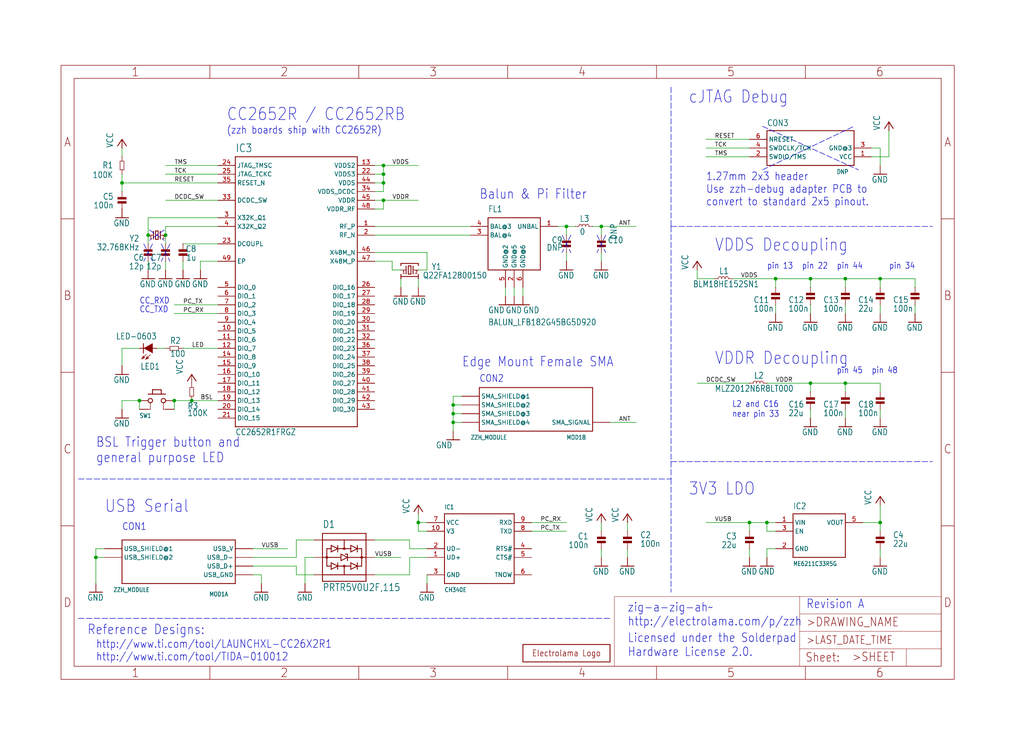
<source format=kicad_sch>
(kicad_sch (version 20211123) (generator eeschema)
  (paper "User" 298.45 217.881)
  (lib_symbols
    (symbol "eagleSchem-eagle-import:32.768KHZ_Q13FC1350000400"
      (property "Reference" "Y" (at -2.54 5.08 0))
      (property "Value" "32.768KHZ_Q13FC1350000400" (at -2.54 2.54 0))
      (symbol "32.768KHZ_Q13FC1350000400_1_0"
        (text "1" (at -2.159 -1.143 0) (effects (font (size 0.8636 0.734)) (justify left bottom)))
        (text "2" (at 1.524 -1.143 0) (effects (font (size 0.8636 0.734)) (justify left bottom)))
        (pin passive line (at -2.54 0 0) (length 0) (name "1") (number "1"))
        (pin passive line (at 2.54 0 180) (length 0) (name "2") (number "2"))
      )
    )
    (symbol "eagleSchem-eagle-import:48.000MHZ_CX2016DB48000C0FPLC1"
      (property "Reference" "Y" (at -2.54 5.08 0))
      (property "Value" "48.000MHZ_CX2016DB48000C0FPLC1" (at -2.54 2.54 0))
      (symbol "48.000MHZ_CX2016DB48000C0FPLC1_1_0"
        (text "1" (at -2.159 -1.143 0) (effects (font (size 0.8636 0.734)) (justify left bottom)))
        (text "2" (at 1.524 -1.143 0) (effects (font (size 0.8636 0.734)) (justify left bottom)))
        (pin passive line (at -2.54 0 0) (length 0) (name "1") (number "1"))
        (pin bidirectional line (at -2.54 -2.54 90) (length 0) (name "2") (number "2"))
        (pin passive line (at 2.54 0 180) (length 0) (name "3") (number "3"))
        (pin bidirectional line (at 2.54 -2.54 90) (length 0) (name "4") (number "4"))
      )
    )
    (symbol "eagleSchem-eagle-import:A4L-LOC"
      (symbol "A4L-LOC_0_0"
        (text "1" (at 21.6958 1.905 0) (effects (font (size 2.54 2.286))))
        (text "1" (at 21.6958 177.165 0) (effects (font (size 2.54 2.286))))
        (text "2" (at 65.0875 1.905 0) (effects (font (size 2.54 2.286))))
        (text "2" (at 65.0875 177.165 0) (effects (font (size 2.54 2.286))))
        (text "3" (at 108.4792 1.905 0) (effects (font (size 2.54 2.286))))
        (text "3" (at 108.4792 177.165 0) (effects (font (size 2.54 2.286))))
        (text "4" (at 151.8708 1.905 0) (effects (font (size 2.54 2.286))))
        (text "4" (at 151.8708 177.165 0) (effects (font (size 2.54 2.286))))
        (text "5" (at 195.2625 1.905 0) (effects (font (size 2.54 2.286))))
        (text "5" (at 195.2625 177.165 0) (effects (font (size 2.54 2.286))))
        (text "6" (at 238.6542 1.905 0) (effects (font (size 2.54 2.286))))
        (text "6" (at 238.6542 177.165 0) (effects (font (size 2.54 2.286))))
        (text "A" (at 1.905 156.6863 0) (effects (font (size 2.54 2.286))))
        (text "A" (at 258.445 156.6863 0) (effects (font (size 2.54 2.286))))
        (text "B" (at 1.905 111.9188 0) (effects (font (size 2.54 2.286))))
        (text "B" (at 258.445 111.9188 0) (effects (font (size 2.54 2.286))))
        (text "C" (at 1.905 67.1513 0) (effects (font (size 2.54 2.286))))
        (text "C" (at 258.445 67.1513 0) (effects (font (size 2.54 2.286))))
        (text "D" (at 1.905 22.3838 0) (effects (font (size 2.54 2.286))))
        (text "D" (at 258.445 22.3838 0) (effects (font (size 2.54 2.286))))
      )
      (symbol "A4L-LOC_1_0"
        (text ">DRAWING_NAME" (at 217.17 15.24 0) (effects (font (size 2.54 2.159)) (justify left bottom)))
        (text ">LAST_DATE_TIME" (at 217.17 10.16 0) (effects (font (size 2.286 1.9431)) (justify left bottom)))
        (text ">SHEET" (at 230.505 5.08 0) (effects (font (size 2.54 2.159)) (justify left bottom)))
        (text "Sheet:" (at 216.916 4.953 0) (effects (font (size 2.54 2.159)) (justify left bottom)))
      )
    )
    (symbol "eagleSchem-eagle-import:BALUN_LFB182G45BG5D920"
      (property "Reference" "FL" (at -7.62 7.62 0))
      (property "Value" "BALUN_LFB182G45BG5D920" (at 5.08 -12.7 0))
      (symbol "BALUN_LFB182G45BG5D920_1_0"
        (pin bidirectional line (at 12.7 2.54 180) (length 5.08) (name "UNBAL") (number "1"))
        (pin bidirectional line (at 0 -15.24 90) (length 5.08) (name "GND@5") (number "2"))
        (pin bidirectional line (at -12.7 0 0) (length 5.08) (name "BAL@4") (number "3"))
        (pin bidirectional line (at -12.7 2.54 0) (length 5.08) (name "BAL@3") (number "4"))
        (pin bidirectional line (at -2.54 -15.24 90) (length 5.08) (name "GND@2") (number "5"))
        (pin bidirectional line (at 2.54 -15.24 90) (length 5.08) (name "GND@6") (number "6"))
      )
    )
    (symbol "eagleSchem-eagle-import:CAP-0402"
      (property "Reference" "C" (at -2.54 2.54 0))
      (property "Value" "CAP-0402" (at -2.54 -3.81 0))
      (symbol "CAP-0402_1_0"
        (pin passive line (at -2.54 0 0) (length 0) (name "1") (number "1"))
        (pin passive line (at 2.54 0 180) (length 0) (name "2") (number "2"))
      )
    )
    (symbol "eagleSchem-eagle-import:CAP-0805"
      (property "Reference" "C" (at -2.54 2.54 0))
      (property "Value" "CAP-0805" (at -2.54 -3.81 0))
      (symbol "CAP-0805_1_0"
        (pin passive line (at -2.54 0 0) (length 0) (name "1") (number "1"))
        (pin passive line (at 2.54 0 180) (length 0) (name "2") (number "2"))
      )
    )
    (symbol "eagleSchem-eagle-import:DEBUG_CORTEX-SWD{slash}CJTAG-5PIN-CUT5"
      (property "Reference" "CON" (at -12.7 6.35 0))
      (property "Value" "DEBUG_CORTEX-SWD{slash}CJTAG-5PIN-CUT5" (at -12.7 -7.62 0))
      (symbol "DEBUG_CORTEX-SWD{slash}CJTAG-5PIN-CUT5_1_0"
        (pin bidirectional line (at 17.78 -2.54 180) (length 5.08) (name "VCC") (number "1"))
        (pin bidirectional line (at -17.78 -2.54 0) (length 5.08) (name "SWDIO/TMS") (number "2"))
        (pin bidirectional line (at 17.78 0 180) (length 5.08) (name "GND@3") (number "3"))
        (pin bidirectional line (at -17.78 0 0) (length 5.08) (name "SWDCLK/TCK") (number "4"))
        (pin bidirectional line (at -17.78 2.54 0) (length 5.08) (name "NRESET") (number "6"))
      )
    )
    (symbol "eagleSchem-eagle-import:DIODE-TVS-PRTR5V0U2F{dblquote}"
      (property "Reference" "D" (at -5.08 8.255 0))
      (property "Value" "DIODE-TVS-PRTR5V0U2F{dblquote}" (at -5.08 -10.16 0))
      (symbol "DIODE-TVS-PRTR5V0U2F{dblquote}_1_0"
        (pin passive line (at -7.62 5.08 0) (length 2.54) (name "1") (number "1"))
        (pin passive line (at -7.62 0 0) (length 2.54) (name "2") (number "2"))
        (pin passive line (at -7.62 -5.08 0) (length 2.54) (name "3") (number "3"))
        (pin passive line (at 10.16 -5.08 180) (length 2.54) (name "4") (number "4"))
        (pin passive line (at 10.16 0 180) (length 2.54) (name "5") (number "5"))
        (pin passive line (at 10.16 5.08 180) (length 2.54) (name "6") (number "6"))
      )
    )
    (symbol "eagleSchem-eagle-import:GND" (power)
      (property "Value" "GND" (at -2.54 -2.54 0))
      (symbol "GND_1_0"
        (pin power_in line (at 0 2.54 270) (length 2.54) (name "GND") (number "1"))
      )
    )
    (symbol "eagleSchem-eagle-import:INDUCTOR-0402"
      (property "Reference" "L" (at -2.54 1.27 0))
      (property "Value" "INDUCTOR-0402" (at -2.54 -2.54 0))
      (symbol "INDUCTOR-0402_1_0"
        (pin passive line (at -2.54 0 0) (length 0) (name "1") (number "1"))
        (pin passive line (at 2.54 0 180) (length 0) (name "2") (number "2"))
      )
    )
    (symbol "eagleSchem-eagle-import:INDUCTOR-0603"
      (property "Reference" "L" (at -2.54 1.27 0))
      (property "Value" "INDUCTOR-0603" (at -2.54 -2.54 0))
      (symbol "INDUCTOR-0603_1_0"
        (pin passive line (at -2.54 0 0) (length 0) (name "1") (number "1"))
        (pin passive line (at 2.54 0 180) (length 0) (name "2") (number "2"))
      )
    )
    (symbol "eagleSchem-eagle-import:INDUCTOR-0805"
      (property "Reference" "L" (at -2.54 1.27 0))
      (property "Value" "INDUCTOR-0805" (at -2.54 -2.54 0))
      (symbol "INDUCTOR-0805_1_0"
        (pin passive line (at -2.54 0 0) (length 0) (name "1") (number "1"))
        (pin passive line (at 2.54 0 180) (length 0) (name "2") (number "2"))
      )
    )
    (symbol "eagleSchem-eagle-import:INTERFACE-CH340E"
      (property "Reference" "U" (at -10.16 11.43 0))
      (property "Value" "INTERFACE-CH340E" (at -10.16 -12.7 0))
      (symbol "INTERFACE-CH340E_1_0"
        (pin bidirectional line (at -15.24 -2.54 0) (length 5.08) (name "UD+") (number "1"))
        (pin bidirectional line (at -15.24 5.08 0) (length 5.08) (name "V3") (number "10"))
        (pin bidirectional line (at -15.24 0 0) (length 5.08) (name "UD-") (number "2"))
        (pin bidirectional line (at -15.24 -7.62 0) (length 5.08) (name "GND") (number "3"))
        (pin bidirectional line (at 15.24 0 180) (length 5.08) (name "RTS#") (number "4"))
        (pin bidirectional line (at 15.24 -2.54 180) (length 5.08) (name "CTS#") (number "5"))
        (pin bidirectional line (at 15.24 -7.62 180) (length 5.08) (name "TNOW") (number "6"))
        (pin bidirectional line (at -15.24 7.62 0) (length 5.08) (name "VCC") (number "7"))
        (pin bidirectional line (at 15.24 5.08 180) (length 5.08) (name "TXD") (number "8"))
        (pin bidirectional line (at 15.24 7.62 180) (length 5.08) (name "RXD") (number "9"))
      )
    )
    (symbol "eagleSchem-eagle-import:LED-0603"
      (property "Reference" "LED" (at -2.3114 3.9116 0))
      (property "Value" "LED-0603" (at -2.5654 -4.4958 0))
      (symbol "LED-0603_1_0"
        (pin passive line (at -2.54 0 0) (length 2.54) (name "A") (number "A"))
        (pin passive line (at 2.54 0 180) (length 2.54) (name "C") (number "C"))
      )
    )
    (symbol "eagleSchem-eagle-import:LOGO-ELECTROLAMA"
      (symbol "LOGO-ELECTROLAMA_1_0"
        (text "Electrolama Logo" (at 0 0 0) (effects (font (size 1.778 1.5113))))
      )
    )
    (symbol "eagleSchem-eagle-import:POWER-LDO-ME6211C33R5G"
      (property "Reference" "IC" (at -7.62 6.35 0))
      (property "Value" "POWER-LDO-ME6211C33R5G" (at -7.62 -10.16 0))
      (symbol "POWER-LDO-ME6211C33R5G_1_0"
        (pin bidirectional line (at -12.7 2.54 0) (length 5.08) (name "VIN") (number "1"))
        (pin bidirectional line (at -12.7 -5.08 0) (length 5.08) (name "GND") (number "2"))
        (pin bidirectional line (at -12.7 0 0) (length 5.08) (name "EN") (number "3"))
        (pin bidirectional line (at 12.7 2.54 180) (length 5.08) (name "VOUT") (number "5"))
      )
    )
    (symbol "eagleSchem-eagle-import:PUSHBUTTON-K2-1177SW-D4DW-06"
      (property "Reference" "SW" (at 3.175 3.175 0))
      (property "Value" "PUSHBUTTON-K2-1177SW-D4DW-06" (at 3.175 1.905 0))
      (symbol "PUSHBUTTON-K2-1177SW-D4DW-06_1_0"
        (pin bidirectional line (at -5.08 0 0) (length 2.54) (name "1_1") (number "1"))
        (pin bidirectional line (at -5.08 -2.54 0) (length 2.54) (name "1_2") (number "2"))
        (pin bidirectional line (at 5.08 0 180) (length 2.54) (name "2_1") (number "3"))
        (pin bidirectional line (at 5.08 -2.54 180) (length 2.54) (name "2_2") (number "4"))
      )
    )
    (symbol "eagleSchem-eagle-import:RES-0402"
      (property "Reference" "R" (at -2.54 1.27 0))
      (property "Value" "RES-0402" (at -2.54 -2.54 0))
      (symbol "RES-0402_1_0"
        (pin passive line (at -2.54 0 0) (length 0) (name "1") (number "1"))
        (pin passive line (at 2.54 0 180) (length 0) (name "2") (number "2"))
      )
    )
    (symbol "eagleSchem-eagle-import:VCC" (power)
      (property "Value" "VCC" (at -2.54 -2.54 90))
      (symbol "VCC_1_0"
        (pin power_in line (at 0 -2.54 90) (length 2.54) (name "VCC") (number "1"))
      )
    )
    (symbol "eagleSchem-eagle-import:WMCU-CC2652R1FRGZ"
      (property "Reference" "IC" (at -17.78 39.37 0))
      (property "Value" "WMCU-CC2652R1FRGZ" (at -17.78 -43.18 0))
      (symbol "WMCU-CC2652R1FRGZ_1_0"
        (pin bidirectional line (at 22.86 17.78 180) (length 5.08) (name "RF_P") (number "1"))
        (pin bidirectional line (at -22.86 -12.7 0) (length 5.08) (name "DIO_5") (number "10"))
        (pin bidirectional line (at -22.86 -15.24 0) (length 5.08) (name "DIO_6") (number "11"))
        (pin bidirectional line (at -22.86 -17.78 0) (length 5.08) (name "DIO_7") (number "12"))
        (pin bidirectional line (at 22.86 35.56 180) (length 5.08) (name "VDDS2") (number "13"))
        (pin bidirectional line (at -22.86 -20.32 0) (length 5.08) (name "DIO_8") (number "14"))
        (pin bidirectional line (at -22.86 -22.86 0) (length 5.08) (name "DIO_9") (number "15"))
        (pin bidirectional line (at -22.86 -25.4 0) (length 5.08) (name "DIO_10") (number "16"))
        (pin bidirectional line (at -22.86 -27.94 0) (length 5.08) (name "DIO_11") (number "17"))
        (pin bidirectional line (at -22.86 -30.48 0) (length 5.08) (name "DIO_12") (number "18"))
        (pin bidirectional line (at -22.86 -33.02 0) (length 5.08) (name "DIO_13") (number "19"))
        (pin bidirectional line (at 22.86 15.24 180) (length 5.08) (name "RF_N") (number "2"))
        (pin bidirectional line (at -22.86 -35.56 0) (length 5.08) (name "DIO_14") (number "20"))
        (pin bidirectional line (at -22.86 -38.1 0) (length 5.08) (name "DIO_15") (number "21"))
        (pin bidirectional line (at 22.86 33.02 180) (length 5.08) (name "VDDS3") (number "22"))
        (pin bidirectional line (at -22.86 12.7 0) (length 5.08) (name "DCOUPL") (number "23"))
        (pin bidirectional line (at -22.86 35.56 0) (length 5.08) (name "JTAG_TMSC") (number "24"))
        (pin bidirectional line (at -22.86 33.02 0) (length 5.08) (name "JTAG_TCKC") (number "25"))
        (pin bidirectional line (at 22.86 0 180) (length 5.08) (name "DIO_16") (number "26"))
        (pin bidirectional line (at 22.86 -2.54 180) (length 5.08) (name "DIO_17") (number "27"))
        (pin bidirectional line (at 22.86 -5.08 180) (length 5.08) (name "DIO_18") (number "28"))
        (pin bidirectional line (at 22.86 -7.62 180) (length 5.08) (name "DIO_19") (number "29"))
        (pin bidirectional line (at -22.86 20.32 0) (length 5.08) (name "X32K_Q1") (number "3"))
        (pin bidirectional line (at 22.86 -10.16 180) (length 5.08) (name "DIO_20") (number "30"))
        (pin bidirectional line (at 22.86 -12.7 180) (length 5.08) (name "DIO_21") (number "31"))
        (pin bidirectional line (at 22.86 -15.24 180) (length 5.08) (name "DIO_22") (number "32"))
        (pin bidirectional line (at -22.86 25.4 0) (length 5.08) (name "DCDC_SW") (number "33"))
        (pin bidirectional line (at 22.86 27.94 180) (length 5.08) (name "VDDS_DCDC") (number "34"))
        (pin bidirectional line (at -22.86 30.48 0) (length 5.08) (name "RESET_N") (number "35"))
        (pin bidirectional line (at 22.86 -17.78 180) (length 5.08) (name "DIO_23") (number "36"))
        (pin bidirectional line (at 22.86 -20.32 180) (length 5.08) (name "DIO_24") (number "37"))
        (pin bidirectional line (at 22.86 -22.86 180) (length 5.08) (name "DIO_25") (number "38"))
        (pin bidirectional line (at 22.86 -25.4 180) (length 5.08) (name "DIO_26") (number "39"))
        (pin bidirectional line (at -22.86 17.78 0) (length 5.08) (name "X32K_Q2") (number "4"))
        (pin bidirectional line (at 22.86 -27.94 180) (length 5.08) (name "DIO_27") (number "40"))
        (pin bidirectional line (at 22.86 -30.48 180) (length 5.08) (name "DIO_28") (number "41"))
        (pin bidirectional line (at 22.86 -33.02 180) (length 5.08) (name "DIO_29") (number "42"))
        (pin bidirectional line (at 22.86 -35.56 180) (length 5.08) (name "DIO_30") (number "43"))
        (pin bidirectional line (at 22.86 30.48 180) (length 5.08) (name "VDDS") (number "44"))
        (pin bidirectional line (at 22.86 25.4 180) (length 5.08) (name "VDDR") (number "45"))
        (pin bidirectional line (at 22.86 10.16 180) (length 5.08) (name "X48M_N") (number "46"))
        (pin bidirectional line (at 22.86 7.62 180) (length 5.08) (name "X48M_P") (number "47"))
        (pin bidirectional line (at 22.86 22.86 180) (length 5.08) (name "VDDR_RF") (number "48"))
        (pin bidirectional line (at -22.86 7.62 0) (length 5.08) (name "EP") (number "49"))
        (pin bidirectional line (at -22.86 0 0) (length 5.08) (name "DIO_0") (number "5"))
        (pin bidirectional line (at -22.86 -2.54 0) (length 5.08) (name "DIO_1") (number "6"))
        (pin bidirectional line (at -22.86 -5.08 0) (length 5.08) (name "DIO_2") (number "7"))
        (pin bidirectional line (at -22.86 -7.62 0) (length 5.08) (name "DIO_3") (number "8"))
        (pin bidirectional line (at -22.86 -10.16 0) (length 5.08) (name "DIO_4") (number "9"))
      )
    )
    (symbol "eagleSchem-eagle-import:ZZH_MODULE"
      (property "Reference" "MOD" (at -17.78 6.35 0))
      (property "Value" "ZZH_MODULE" (at -17.78 -10.16 0))
      (symbol "ZZH_MODULE_1_0"
        (pin bidirectional line (at 20.32 -2.54 180) (length 5.08) (name "USB_D+") (number "USB_D+"))
        (pin bidirectional line (at 20.32 0 180) (length 5.08) (name "USB_D-") (number "USB_D-"))
        (pin bidirectional line (at 20.32 -5.08 180) (length 5.08) (name "USB_GND") (number "USB_GND"))
        (pin bidirectional line (at -22.86 2.54 0) (length 5.08) (name "USB_SHIELD@1") (number "USB_SHIELD_1"))
        (pin bidirectional line (at -22.86 0 0) (length 5.08) (name "USB_SHIELD@2") (number "USB_SHIELD_2"))
        (pin bidirectional line (at 20.32 2.54 180) (length 5.08) (name "USB_V") (number "USB_V"))
      )
      (symbol "ZZH_MODULE_2_0"
        (pin bidirectional line (at -22.86 2.54 0) (length 5.08) (name "SMA_SHIELD@1") (number "SMA_SHIELD_1"))
        (pin bidirectional line (at -22.86 0 0) (length 5.08) (name "SMA_SHIELD@2") (number "SMA_SHIELD_2"))
        (pin bidirectional line (at -22.86 -2.54 0) (length 5.08) (name "SMA_SHIELD@3") (number "SMA_SHIELD_3"))
        (pin bidirectional line (at -22.86 -5.08 0) (length 5.08) (name "SMA_SHIELD@4") (number "SMA_SHIELD_4"))
        (pin bidirectional line (at 20.32 -5.08 180) (length 5.08) (name "SMA_SIGNAL") (number "SMA_SIGNAL"))
      )
    )
  )
  (junction (at 35.56 53.34))
  (junction (at 27.94 162.56))
  (junction (at 111.76 53.34))
  (junction (at 223.52 152.4))
  (junction (at 132.08 123.19))
  (junction (at 40.64 116.84))
  (junction (at 218.44 152.4))
  (junction (at 175.26 66.04))
  (junction (at 246.38 81.28))
  (junction (at 132.08 118.11))
  (junction (at 111.76 58.42))
  (junction (at 43.18 68.58))
  (junction (at 236.22 81.28))
  (junction (at 55.88 116.84))
  (junction (at 165.1 66.04))
  (junction (at 256.54 81.28))
  (junction (at 111.76 50.8))
  (junction (at 111.76 48.26))
  (junction (at 50.8 116.84))
  (junction (at 236.22 111.76))
  (junction (at 132.08 120.65))
  (junction (at 48.26 68.58))
  (junction (at 246.38 111.76))
  (junction (at 121.92 152.4))
  (junction (at 256.54 152.4))
  (junction (at 226.06 81.28))
  (wire (pts (xy 165.1 76.2) (xy 165.1 73.66)))
  (wire (pts (xy 165.1 68.58) (xy 165.1 66.04)))
  (wire (pts (xy 256.54 91.44) (xy 256.54 88.9)))
  (wire (pts (xy 63.5 63.5) (xy 43.18 63.5)))
  (wire (pts (xy 114.3 76.2) (xy 109.22 76.2)))
  (wire (pts (xy 182.88 162.56) (xy 182.88 160.02)))
  (polyline (pts (xy 195.58 66.04) (xy 271.78 66.04)))
  (wire (pts (xy 40.64 119.38) (xy 40.64 116.84)))
  (wire (pts (xy 48.26 66.04) (xy 48.26 68.58)))
  (wire (pts (xy 63.5 58.42) (xy 48.26 58.42)))
  (wire (pts (xy 53.34 76.2) (xy 53.34 78.74)))
  (wire (pts (xy 172.72 66.04) (xy 175.26 66.04)))
  (wire (pts (xy 256.54 111.76) (xy 256.54 114.3)))
  (wire (pts (xy 114.3 78.74) (xy 114.3 76.2)))
  (wire (pts (xy 226.06 81.28) (xy 236.22 81.28)))
  (wire (pts (xy 63.5 66.04) (xy 48.26 66.04)))
  (wire (pts (xy 35.56 43.18) (xy 35.56 45.72)))
  (wire (pts (xy 256.54 121.92) (xy 256.54 119.38)))
  (wire (pts (xy 119.38 157.48) (xy 119.38 160.02)))
  (wire (pts (xy 256.54 43.18) (xy 254 43.18)))
  (wire (pts (xy 27.94 162.56) (xy 27.94 170.18)))
  (wire (pts (xy 218.44 40.64) (xy 205.74 40.64)))
  (wire (pts (xy 109.22 50.8) (xy 111.76 50.8)))
  (wire (pts (xy 73.66 165.1) (xy 86.36 165.1)))
  (wire (pts (xy 43.18 71.12) (xy 43.18 68.58)))
  (wire (pts (xy 121.92 152.4) (xy 121.92 149.86)))
  (wire (pts (xy 45.72 101.6) (xy 48.26 101.6)))
  (wire (pts (xy 86.36 167.64) (xy 91.44 167.64)))
  (wire (pts (xy 116.84 83.82) (xy 116.84 81.28)))
  (polyline (pts (xy 222.25 36.83) (xy 250.19 49.53)))
  (wire (pts (xy 50.8 119.38) (xy 50.8 116.84)))
  (wire (pts (xy 134.62 115.57) (xy 132.08 115.57)))
  (wire (pts (xy 73.66 162.56) (xy 86.36 162.56)))
  (polyline (pts (xy 22.86 139.7) (xy 195.58 139.7)))
  (wire (pts (xy 132.08 123.19) (xy 132.08 125.73)))
  (wire (pts (xy 30.48 160.02) (xy 27.94 160.02)))
  (wire (pts (xy 35.56 101.6) (xy 35.56 106.68)))
  (wire (pts (xy 175.26 152.4) (xy 175.26 154.94)))
  (wire (pts (xy 226.06 154.94) (xy 223.52 154.94)))
  (wire (pts (xy 48.26 76.2) (xy 48.26 78.74)))
  (wire (pts (xy 111.76 58.42) (xy 121.92 58.42)))
  (wire (pts (xy 124.46 162.56) (xy 119.38 162.56)))
  (wire (pts (xy 236.22 83.82) (xy 236.22 81.28)))
  (wire (pts (xy 109.22 162.56) (xy 116.84 162.56)))
  (wire (pts (xy 218.44 160.02) (xy 218.44 162.56)))
  (wire (pts (xy 109.22 167.64) (xy 119.38 167.64)))
  (wire (pts (xy 109.22 60.96) (xy 111.76 60.96)))
  (wire (pts (xy 223.52 111.76) (xy 236.22 111.76)))
  (wire (pts (xy 35.56 50.8) (xy 35.56 53.34)))
  (wire (pts (xy 246.38 114.3) (xy 246.38 111.76)))
  (wire (pts (xy 152.4 86.36) (xy 152.4 83.82)))
  (wire (pts (xy 223.52 152.4) (xy 226.06 152.4)))
  (wire (pts (xy 121.92 154.94) (xy 121.92 152.4)))
  (polyline (pts (xy 195.58 139.7) (xy 195.58 172.72)))
  (wire (pts (xy 226.06 160.02) (xy 223.52 160.02)))
  (wire (pts (xy 111.76 50.8) (xy 111.76 48.26)))
  (wire (pts (xy 132.08 120.65) (xy 132.08 123.19)))
  (wire (pts (xy 175.26 76.2) (xy 175.26 73.66)))
  (wire (pts (xy 88.9 162.56) (xy 88.9 170.18)))
  (wire (pts (xy 218.44 152.4) (xy 205.74 152.4)))
  (wire (pts (xy 218.44 152.4) (xy 223.52 152.4)))
  (wire (pts (xy 91.44 162.56) (xy 88.9 162.56)))
  (wire (pts (xy 63.5 50.8) (xy 48.26 50.8)))
  (wire (pts (xy 266.7 91.44) (xy 266.7 88.9)))
  (wire (pts (xy 76.2 167.64) (xy 76.2 170.18)))
  (wire (pts (xy 185.42 66.04) (xy 175.26 66.04)))
  (wire (pts (xy 154.94 152.4) (xy 165.1 152.4)))
  (wire (pts (xy 63.5 48.26) (xy 48.26 48.26)))
  (wire (pts (xy 213.36 81.28) (xy 226.06 81.28)))
  (wire (pts (xy 236.22 121.92) (xy 236.22 119.38)))
  (polyline (pts (xy 166.37 68.58) (xy 163.83 73.66)))
  (wire (pts (xy 116.84 78.74) (xy 114.3 78.74)))
  (wire (pts (xy 48.26 71.12) (xy 48.26 68.58)))
  (wire (pts (xy 27.94 160.02) (xy 27.94 162.56)))
  (wire (pts (xy 246.38 81.28) (xy 256.54 81.28)))
  (wire (pts (xy 256.54 83.82) (xy 256.54 81.28)))
  (wire (pts (xy 236.22 81.28) (xy 246.38 81.28)))
  (polyline (pts (xy 44.45 71.12) (xy 41.91 76.2)))
  (wire (pts (xy 109.22 73.66) (xy 124.46 73.66)))
  (wire (pts (xy 58.42 78.74) (xy 58.42 76.2)))
  (wire (pts (xy 124.46 78.74) (xy 121.92 78.74)))
  (wire (pts (xy 226.06 91.44) (xy 226.06 88.9)))
  (wire (pts (xy 149.86 86.36) (xy 149.86 83.82)))
  (wire (pts (xy 73.66 160.02) (xy 83.82 160.02)))
  (wire (pts (xy 154.94 154.94) (xy 165.1 154.94)))
  (wire (pts (xy 218.44 43.18) (xy 205.74 43.18)))
  (wire (pts (xy 43.18 76.2) (xy 43.18 78.74)))
  (wire (pts (xy 256.54 43.18) (xy 256.54 48.26)))
  (wire (pts (xy 43.18 63.5) (xy 43.18 68.58)))
  (wire (pts (xy 86.36 165.1) (xy 86.36 167.64)))
  (wire (pts (xy 134.62 123.19) (xy 132.08 123.19)))
  (wire (pts (xy 53.34 101.6) (xy 63.5 101.6)))
  (wire (pts (xy 63.5 71.12) (xy 53.34 71.12)))
  (polyline (pts (xy 43.561 67.056) (xy 47.879 70.104)))
  (wire (pts (xy 226.06 83.82) (xy 226.06 81.28)))
  (wire (pts (xy 218.44 111.76) (xy 203.2 111.76)))
  (wire (pts (xy 121.92 83.82) (xy 121.92 81.28)))
  (wire (pts (xy 50.8 116.84) (xy 55.88 116.84)))
  (wire (pts (xy 177.8 123.19) (xy 185.42 123.19)))
  (wire (pts (xy 137.16 66.04) (xy 109.22 66.04)))
  (wire (pts (xy 86.36 162.56) (xy 86.36 157.48)))
  (wire (pts (xy 40.64 116.84) (xy 35.56 116.84)))
  (polyline (pts (xy 163.83 68.58) (xy 166.37 73.66)))
  (polyline (pts (xy 176.53 68.58) (xy 173.99 73.66)))
  (wire (pts (xy 223.52 154.94) (xy 223.52 152.4)))
  (wire (pts (xy 259.08 45.72) (xy 259.08 38.1)))
  (wire (pts (xy 124.46 152.4) (xy 121.92 152.4)))
  (wire (pts (xy 246.38 83.82) (xy 246.38 81.28)))
  (polyline (pts (xy 195.58 25.4) (xy 195.58 66.04)))
  (wire (pts (xy 134.62 120.65) (xy 132.08 120.65)))
  (wire (pts (xy 111.76 60.96) (xy 111.76 58.42)))
  (wire (pts (xy 124.46 73.66) (xy 124.46 78.74)))
  (polyline (pts (xy 46.99 71.12) (xy 49.53 76.2)))
  (wire (pts (xy 246.38 121.92) (xy 246.38 119.38)))
  (wire (pts (xy 111.76 48.26) (xy 121.92 48.26)))
  (wire (pts (xy 73.66 167.64) (xy 76.2 167.64)))
  (wire (pts (xy 246.38 91.44) (xy 246.38 88.9)))
  (wire (pts (xy 58.42 76.2) (xy 63.5 76.2)))
  (wire (pts (xy 63.5 53.34) (xy 35.56 53.34)))
  (wire (pts (xy 137.16 68.58) (xy 109.22 68.58)))
  (wire (pts (xy 111.76 53.34) (xy 111.76 50.8)))
  (wire (pts (xy 109.22 58.42) (xy 111.76 58.42)))
  (wire (pts (xy 147.32 86.36) (xy 147.32 83.82)))
  (polyline (pts (xy 195.58 66.04) (xy 195.58 134.62)))
  (polyline (pts (xy 22.86 180.34) (xy 177.8 180.34)))
  (wire (pts (xy 254 45.72) (xy 259.08 45.72)))
  (wire (pts (xy 256.54 152.4) (xy 256.54 154.94)))
  (wire (pts (xy 109.22 55.88) (xy 111.76 55.88)))
  (wire (pts (xy 251.46 152.4) (xy 256.54 152.4)))
  (wire (pts (xy 111.76 55.88) (xy 111.76 53.34)))
  (wire (pts (xy 218.44 154.94) (xy 218.44 152.4)))
  (wire (pts (xy 132.08 115.57) (xy 132.08 118.11)))
  (wire (pts (xy 63.5 88.9) (xy 50.8 88.9)))
  (wire (pts (xy 35.56 116.84) (xy 35.56 119.38)))
  (wire (pts (xy 256.54 160.02) (xy 256.54 162.56)))
  (wire (pts (xy 109.22 157.48) (xy 119.38 157.48)))
  (wire (pts (xy 30.48 162.56) (xy 27.94 162.56)))
  (wire (pts (xy 132.08 118.11) (xy 132.08 120.65)))
  (wire (pts (xy 236.22 114.3) (xy 236.22 111.76)))
  (wire (pts (xy 124.46 167.64) (xy 124.46 170.18)))
  (wire (pts (xy 175.26 162.56) (xy 175.26 160.02)))
  (polyline (pts (xy 173.99 68.58) (xy 176.53 73.66)))
  (polyline (pts (xy 222.25 49.53) (xy 248.92 36.83)))
  (wire (pts (xy 109.22 53.34) (xy 111.76 53.34)))
  (wire (pts (xy 119.38 162.56) (xy 119.38 167.64)))
  (wire (pts (xy 236.22 111.76) (xy 246.38 111.76)))
  (wire (pts (xy 208.28 81.28) (xy 203.2 81.28)))
  (wire (pts (xy 246.38 111.76) (xy 256.54 111.76)))
  (polyline (pts (xy 47.879 67.056) (xy 43.561 70.104)))
  (wire (pts (xy 203.2 81.28) (xy 203.2 78.74)))
  (wire (pts (xy 236.22 91.44) (xy 236.22 88.9)))
  (wire (pts (xy 223.52 160.02) (xy 223.52 162.56)))
  (wire (pts (xy 124.46 154.94) (xy 121.92 154.94)))
  (wire (pts (xy 266.7 81.28) (xy 266.7 83.82)))
  (wire (pts (xy 165.1 66.04) (xy 162.56 66.04)))
  (polyline (pts (xy 41.91 71.12) (xy 44.45 76.2)))
  (polyline (pts (xy 49.53 71.12) (xy 46.99 76.2)))
  (wire (pts (xy 109.22 48.26) (xy 111.76 48.26)))
  (wire (pts (xy 134.62 118.11) (xy 132.08 118.11)))
  (wire (pts (xy 175.26 68.58) (xy 175.26 66.04)))
  (polyline (pts (xy 195.58 134.62) (xy 195.58 139.7)))
  (wire (pts (xy 86.36 157.48) (xy 91.44 157.48)))
  (wire (pts (xy 119.38 160.02) (xy 124.46 160.02)))
  (polyline (pts (xy 195.58 134.62) (xy 271.78 134.62)))
  (wire (pts (xy 218.44 45.72) (xy 205.74 45.72)))
  (wire (pts (xy 167.64 66.04) (xy 165.1 66.04)))
  (wire (pts (xy 256.54 81.28) (xy 266.7 81.28)))
  (wire (pts (xy 55.88 116.84) (xy 63.5 116.84)))
  (wire (pts (xy 63.5 91.44) (xy 50.8 91.44)))
  (wire (pts (xy 35.56 53.34) (xy 35.56 55.88)))
  (wire (pts (xy 182.88 152.4) (xy 182.88 154.94)))
  (wire (pts (xy 256.54 147.32) (xy 256.54 152.4)))
  (wire (pts (xy 40.64 101.6) (xy 35.56 101.6)))
  (text "pin 13" (at 223.52 78.74 180) (effects (font (size 1.778 1.5113)) (justify left bottom)))
  (text "Revision A" (at 234.95 177.8 180) (effects (font (size 2.54 2.159)) (justify left bottom)))
  (text "Balun & Pi Filter" (at 139.7 58.42 180) (effects (font (size 2.794 2.3749)) (justify left bottom)))
  (text "http://www.ti.com/tool/LAUNCHXL-CC26X2R1\nhttp://www.ti.com/tool/TIDA-010012" (at 27.94 193.04 0) (effects (font (size 2.286 1.9431)) (justify left bottom)))
  (text "BSL Trigger button and\ngeneral purpose LED" (at 27.94 135.255 180) (effects (font (size 2.794 2.3749)) (justify left bottom)))
  (text "pin 22" (at 233.68 78.74 180) (effects (font (size 1.778 1.5113)) (justify left bottom)))
  (text "cJTAG Debug" (at 200.66 30.48 180) (effects (font (size 3.556 3.0226)) (justify left bottom)))
  (text "CON2" (at 139.7 111.76 180) (effects (font (size 2.032 1.7272)) (justify left bottom)))
  (text "3V3 LDO" (at 200.66 144.78 180) (effects (font (size 3.556 3.0226)) (justify left bottom)))
  (text "VDDR Decoupling" (at 208.28 106.68 180) (effects (font (size 3.556 3.0226)) (justify left bottom)))
  (text "Licensed under the Solderpad\nHardware License 2.0." (at 182.88 191.77 0) (effects (font (size 2.54 2.159)) (justify left bottom)))
  (text "CC_RXD" (at 40.64 88.9 180) (effects (font (size 1.778 1.5113)) (justify left bottom)))
  (text "pin 48" (at 254 109.22 180) (effects (font (size 1.778 1.5113)) (justify left bottom)))
  (text "CC_TXD" (at 40.64 91.44 180) (effects (font (size 1.778 1.5113)) (justify left bottom)))
  (text "CON1" (at 35.56 154.94 180) (effects (font (size 2.032 1.7272)) (justify left bottom)))
  (text "zig-a-zig-ah~\nhttp://electrolama.com/p/zzh" (at 182.88 182.88 180) (effects (font (size 2.54 2.159)) (justify left bottom)))
  (text "pin 45" (at 243.84 109.22 180) (effects (font (size 1.778 1.5113)) (justify left bottom)))
  (text "pin 34" (at 259.08 78.74 180) (effects (font (size 1.778 1.5113)) (justify left bottom)))
  (text "1.27mm 2x3 header\nUse zzh-debug adapter PCB to\nconvert to standard 2x5 pinout." (at 205.74 60.325 0) (effects (font (size 2.286 1.9431)) (justify left bottom)))
  (text "(zzh boards ship with CC2652R)" (at 66.04 39.37 180) (effects (font (size 2.1336 1.8135)) (justify left bottom)))
  (text "Edge Mount Female SMA" (at 134.62 107.315 180) (effects (font (size 2.794 2.3749)) (justify left bottom)))
  (text "Reference Designs:" (at 25.4 185.42 180) (effects (font (size 2.794 2.3749)) (justify left bottom)))
  (text "USB Serial" (at 30.48 149.86 180) (effects (font (size 3.556 3.0226)) (justify left bottom)))
  (text "L2 and C16\nnear pin 33" (at 213.36 121.92 180) (effects (font (size 1.778 1.5113)) (justify left bottom)))
  (text "pin 44" (at 243.84 78.74 180) (effects (font (size 1.778 1.5113)) (justify left bottom)))
  (text "CC2652R / CC2652RB" (at 66.04 35.56 180) (effects (font (size 3.556 3.0226)) (justify left bottom)))
  (text "VDDS Decoupling" (at 208.28 73.66 180) (effects (font (size 3.556 3.0226)) (justify left bottom)))
  (label "VUSB" (at 109.22 162.56 0) (effects (font (size 1.2446 1.2446))))
  (label "ANT" (at 180.34 123.19 0) (effects (font (size 1.2446 1.2446))))
  (label "PC_TX" (at 53.34 88.9 0) (effects (font (size 1.2446 1.2446))))
  (label "TCK" (at 50.8 50.8 0) (effects (font (size 1.2446 1.2446))))
  (label "VDDR" (at 226.06 111.76 0) (effects (font (size 1.2446 1.2446))))
  (label "TCK" (at 208.28 43.18 0) (effects (font (size 1.2446 1.2446))))
  (label "DCDC_SW" (at 205.74 111.76 0) (effects (font (size 1.2446 1.2446))))
  (label "PC_RX" (at 157.48 152.4 0) (effects (font (size 1.2446 1.2446))))
  (label "TMS" (at 50.8 48.26 0) (effects (font (size 1.2446 1.2446))))
  (label "RESET" (at 208.28 40.64 0) (effects (font (size 1.2446 1.2446))))
  (label "TMS" (at 208.28 45.72 0) (effects (font (size 1.2446 1.2446))))
  (label "PC_TX" (at 157.48 154.94 0) (effects (font (size 1.2446 1.2446))))
  (label "VUSB" (at 76.2 160.02 0) (effects (font (size 1.2446 1.2446))))
  (label "VDDS" (at 215.9 81.28 0) (effects (font (size 1.2446 1.2446))))
  (label "VDDS" (at 114.3 48.26 0) (effects (font (size 1.2446 1.2446))))
  (label "DCDC_SW" (at 50.8 58.42 0) (effects (font (size 1.2446 1.2446))))
  (label "VUSB" (at 208.28 152.4 0) (effects (font (size 1.2446 1.2446))))
  (label "RESET" (at 50.8 53.34 0) (effects (font (size 1.2446 1.2446))))
  (label "BSL" (at 58.42 116.84 0) (effects (font (size 1.2446 1.2446))))
  (label "PC_RX" (at 53.34 91.44 0) (effects (font (size 1.2446 1.2446))))
  (label "LED" (at 55.88 101.6 0) (effects (font (size 1.2446 1.2446))))
  (label "ANT" (at 180.34 66.04 0) (effects (font (size 1.2446 1.2446))))
  (label "VDDR" (at 114.3 58.42 0) (effects (font (size 1.2446 1.2446))))
  (symbol (lib_id "eagleSchem-eagle-import:GND") (at 147.32 88.9 0) (unit 1)
    (property "Reference" "#GND3" (effects hide))
    (property "Value" "GND" (at 142.24 91.44 0) (effects (font (size 1.778 1.5113)) (justify left bottom)))
    (property "Footprint" "eagleSchem:" (effects hide))
  )
  (symbol (lib_id "eagleSchem-eagle-import:GND") (at 27.94 172.72 0) (unit 1)
    (property "Reference" "#GND21" (effects hide))
    (property "Value" "GND" (at 25.4 175.26 0) (effects (font (size 1.778 1.5113)) (justify left bottom)))
    (property "Footprint" "eagleSchem:" (effects hide))
  )
  (symbol (lib_id "eagleSchem-eagle-import:GND") (at 256.54 50.8 0) (unit 1)
    (property "Reference" "#GND27" (effects hide))
    (property "Value" "GND" (at 254 53.34 0) (effects (font (size 1.778 1.5113)) (justify left bottom)))
    (property "Footprint" "eagleSchem:" (effects hide))
  )
  (symbol (lib_id "eagleSchem-eagle-import:DIODE-TVS-PRTR5V0U2F{dblquote}") (at 99.06 162.56 0) (mirror x) (unit 1)
    (property "Reference" "D1" (at 93.98 151.765 0) (effects (font (size 2.0828 1.7703)) (justify left bottom)))
    (property "Value" "PRTR5V0U2F,115" (at 93.98 170.18 0) (effects (font (size 2.0828 1.7703)) (justify left bottom)))
    (property "Footprint" "eagleSchem:_PKG_SOT886_JEDEC-MO-252" (effects hide))
  )
  (symbol (lib_id "eagleSchem-eagle-import:GND") (at 223.52 165.1 0) (unit 1)
    (property "Reference" "#GND24" (effects hide))
    (property "Value" "GND" (at 220.98 167.64 0) (effects (font (size 1.778 1.5113)) (justify left bottom)))
    (property "Footprint" "eagleSchem:" (effects hide))
  )
  (symbol (lib_id "eagleSchem-eagle-import:GND") (at 175.26 165.1 0) (unit 1)
    (property "Reference" "#GND28" (effects hide))
    (property "Value" "GND" (at 172.72 167.64 0) (effects (font (size 1.778 1.5113)) (justify left bottom)))
    (property "Footprint" "eagleSchem:" (effects hide))
  )
  (symbol (lib_id "eagleSchem-eagle-import:VCC") (at 203.2 76.2 0) (unit 1)
    (property "Reference" "#P+4" (effects hide))
    (property "Value" "VCC" (at 200.66 78.74 90) (effects (font (size 1.778 1.5113)) (justify left bottom)))
    (property "Footprint" "eagleSchem:" (effects hide))
  )
  (symbol (lib_id "eagleSchem-eagle-import:GND") (at 226.06 93.98 0) (unit 1)
    (property "Reference" "#GND12" (effects hide))
    (property "Value" "GND" (at 223.52 96.52 0) (effects (font (size 1.778 1.5113)) (justify left bottom)))
    (property "Footprint" "eagleSchem:" (effects hide))
  )
  (symbol (lib_id "eagleSchem-eagle-import:GND") (at 236.22 124.46 0) (unit 1)
    (property "Reference" "#GND13" (effects hide))
    (property "Value" "GND" (at 233.68 127 0) (effects (font (size 1.778 1.5113)) (justify left bottom)))
    (property "Footprint" "eagleSchem:" (effects hide))
  )
  (symbol (lib_id "eagleSchem-eagle-import:RES-0402") (at 35.56 48.26 90) (unit 1)
    (property "Reference" "R1" (at 33.02 47.2186 90) (effects (font (size 1.778 1.5113)) (justify left bottom)))
    (property "Value" "100K" (at 33.02 50.038 90) (effects (font (size 1.778 1.5113)) (justify left bottom)))
    (property "Footprint" "eagleSchem:_PKG_C_0402" (effects hide))
  )
  (symbol (lib_id "eagleSchem-eagle-import:VCC") (at 256.54 144.78 0) (unit 1)
    (property "Reference" "#P+1" (effects hide))
    (property "Value" "VCC" (at 254 147.32 90) (effects (font (size 1.778 1.5113)) (justify left bottom)))
    (property "Footprint" "eagleSchem:" (effects hide))
  )
  (symbol (lib_id "eagleSchem-eagle-import:A4L-LOC") (at 17.78 198.12 0) (unit 1)
    (property "Reference" "#FRAME1" (effects hide))
    (property "Value" "A4L-LOC" (effects hide))
    (property "Footprint" "eagleSchem:" (effects hide))
  )
  (symbol (lib_id "eagleSchem-eagle-import:CAP-0805") (at 218.44 157.48 270) (unit 1)
    (property "Reference" "C3" (at 214.757 155.4226 90) (effects (font (size 1.778 1.5113)) (justify right top)))
    (property "Value" "22u" (at 214.757 157.9626 90) (effects (font (size 1.778 1.5113)) (justify right top)))
    (property "Footprint" "eagleSchem:_PKG_C_0805" (effects hide))
  )
  (symbol (lib_id "eagleSchem-eagle-import:VCC") (at 175.26 149.86 0) (unit 1)
    (property "Reference" "#P+2" (effects hide))
    (property "Value" "VCC" (at 172.72 152.4 90) (effects (font (size 1.778 1.5113)) (justify left bottom)))
    (property "Footprint" "eagleSchem:" (effects hide))
  )
  (symbol (lib_id "eagleSchem-eagle-import:GND") (at 76.2 172.72 0) (unit 1)
    (property "Reference" "#GND22" (effects hide))
    (property "Value" "GND" (at 73.66 175.26 0) (effects (font (size 1.778 1.5113)) (justify left bottom)))
    (property "Footprint" "eagleSchem:" (effects hide))
  )
  (symbol (lib_id "eagleSchem-eagle-import:CAP-0805") (at 256.54 157.48 270) (unit 1)
    (property "Reference" "C4" (at 260.223 156.9974 90) (effects (font (size 1.778 1.5113)) (justify left bottom)))
    (property "Value" "22u" (at 260.223 159.5374 90) (effects (font (size 1.778 1.5113)) (justify left bottom)))
    (property "Footprint" "eagleSchem:_PKG_C_0805" (effects hide))
  )
  (symbol (lib_id "eagleSchem-eagle-import:GND") (at 165.1 78.74 0) (unit 1)
    (property "Reference" "#GND6" (effects hide))
    (property "Value" "GND" (at 162.56 81.28 0) (effects (font (size 1.778 1.5113)) (justify left bottom)))
    (property "Footprint" "eagleSchem:" (effects hide))
  )
  (symbol (lib_id "eagleSchem-eagle-import:CAP-0402") (at 256.54 116.84 270) (unit 1)
    (property "Reference" "C18" (at 250.063 118.8974 90) (effects (font (size 1.778 1.5113)) (justify left bottom)))
    (property "Value" "100n" (at 250.063 121.4374 90) (effects (font (size 1.778 1.5113)) (justify left bottom)))
    (property "Footprint" "eagleSchem:_PKG_C_0402" (effects hide))
  )
  (symbol (lib_id "eagleSchem-eagle-import:RES-0402") (at 55.88 114.3 270) (unit 1)
    (property "Reference" "R3" (at 54.61 119.38 90) (effects (font (size 1.778 1.5113)) (justify left bottom)))
    (property "Value" "100K" (at 54.61 121.412 90) (effects (font (size 1.778 1.5113)) (justify left bottom)))
    (property "Footprint" "eagleSchem:_PKG_C_0402" (effects hide))
  )
  (symbol (lib_id "eagleSchem-eagle-import:CAP-0402") (at 226.06 86.36 270) (unit 1)
    (property "Reference" "C11" (at 219.583 88.4174 90) (effects (font (size 1.778 1.5113)) (justify left bottom)))
    (property "Value" "100n" (at 219.583 90.9574 90) (effects (font (size 1.778 1.5113)) (justify left bottom)))
    (property "Footprint" "eagleSchem:_PKG_C_0402" (effects hide))
  )
  (symbol (lib_id "eagleSchem-eagle-import:GND") (at 132.08 128.27 0) (unit 1)
    (property "Reference" "#GND30" (effects hide))
    (property "Value" "GND" (at 127 130.81 0) (effects (font (size 1.778 1.5113)) (justify left bottom)))
    (property "Footprint" "eagleSchem:" (effects hide))
  )
  (symbol (lib_id "eagleSchem-eagle-import:CAP-0402") (at 43.18 73.66 90) (unit 1)
    (property "Reference" "C6" (at 42.037 74.1426 90) (effects (font (size 1.778 1.5113)) (justify left bottom)))
    (property "Value" "12p" (at 42.037 76.6826 90) (effects (font (size 1.778 1.5113)) (justify left bottom)))
    (property "Footprint" "eagleSchem:_PKG_C_0402" (effects hide))
  )
  (symbol (lib_id "eagleSchem-eagle-import:CAP-0402") (at 246.38 116.84 270) (unit 1)
    (property "Reference" "C17" (at 239.903 118.8974 90) (effects (font (size 1.778 1.5113)) (justify left bottom)))
    (property "Value" "100n" (at 239.903 121.4374 90) (effects (font (size 1.778 1.5113)) (justify left bottom)))
    (property "Footprint" "eagleSchem:_PKG_C_0402" (effects hide))
  )
  (symbol (lib_id "eagleSchem-eagle-import:GND") (at 256.54 124.46 0) (unit 1)
    (property "Reference" "#GND15" (effects hide))
    (property "Value" "GND" (at 254 127 0) (effects (font (size 1.778 1.5113)) (justify left bottom)))
    (property "Footprint" "eagleSchem:" (effects hide))
  )
  (symbol (lib_id "eagleSchem-eagle-import:GND") (at 58.42 81.28 0) (unit 1)
    (property "Reference" "#GND26" (effects hide))
    (property "Value" "GND" (at 55.88 83.82 0) (effects (font (size 1.778 1.5113)) (justify left bottom)))
    (property "Footprint" "eagleSchem:" (effects hide))
  )
  (symbol (lib_id "eagleSchem-eagle-import:RES-0402") (at 50.8 101.6 180) (unit 1)
    (property "Reference" "R2" (at 49.53 100.33 0) (effects (font (size 1.778 1.5113)) (justify right top)))
    (property "Value" "100" (at 49.53 104.14 0) (effects (font (size 1.778 1.5113)) (justify right top)))
    (property "Footprint" "eagleSchem:_PKG_C_0402" (effects hide))
  )
  (symbol (lib_id "eagleSchem-eagle-import:GND") (at 246.38 124.46 0) (unit 1)
    (property "Reference" "#GND14" (effects hide))
    (property "Value" "GND" (at 243.84 127 0) (effects (font (size 1.778 1.5113)) (justify left bottom)))
    (property "Footprint" "eagleSchem:" (effects hide))
  )
  (symbol (lib_id "eagleSchem-eagle-import:CAP-0402") (at 53.34 73.66 90) (unit 1)
    (property "Reference" "C8" (at 57.277 71.6026 90) (effects (font (size 1.778 1.5113)) (justify left bottom)))
    (property "Value" "1u" (at 57.277 74.1426 90) (effects (font (size 1.778 1.5113)) (justify left bottom)))
    (property "Footprint" "eagleSchem:_PKG_C_0402" (effects hide))
  )
  (symbol (lib_id "eagleSchem-eagle-import:POWER-LDO-ME6211C33R5G") (at 238.76 154.94 0) (unit 1)
    (property "Reference" "IC2" (at 231.14 148.59 0) (effects (font (size 1.778 1.5113)) (justify left bottom)))
    (property "Value" "ME6211C33R5G" (at 231.14 165.1 0) (effects (font (size 1.27 1.0795)) (justify left bottom)))
    (property "Footprint" "eagleSchem:SOT65P212X110-5N" (effects hide))
  )
  (symbol (lib_id "eagleSchem-eagle-import:LED-0603") (at 43.18 101.6 180) (unit 1)
    (property "Reference" "LED1" (at 40.8686 107.8484 0) (effects (font (size 1.778 1.5113)) (justify right top)))
    (property "Value" "LED-0603" (at 45.7454 97.1042 0) (effects (font (size 1.778 1.5113)) (justify left bottom)))
    (property "Footprint" "eagleSchem:_PKG_LED_0603" (effects hide))
  )
  (symbol (lib_id "eagleSchem-eagle-import:GND") (at 48.26 81.28 0) (unit 1)
    (property "Reference" "#GND17" (effects hide))
    (property "Value" "GND" (at 45.72 83.82 0) (effects (font (size 1.778 1.5113)) (justify left bottom)))
    (property "Footprint" "eagleSchem:" (effects hide))
  )
  (symbol (lib_id "eagleSchem-eagle-import:CAP-0402") (at 175.26 157.48 90) (unit 1)
    (property "Reference" "C1" (at 171.577 155.4226 90) (effects (font (size 1.778 1.5113)) (justify left bottom)))
    (property "Value" "100n" (at 171.577 157.9626 90) (effects (font (size 1.778 1.5113)) (justify left bottom)))
    (property "Footprint" "eagleSchem:_PKG_C_0402" (effects hide))
  )
  (symbol (lib_id "eagleSchem-eagle-import:GND") (at 246.38 93.98 0) (unit 1)
    (property "Reference" "#GND10" (effects hide))
    (property "Value" "GND" (at 243.84 96.52 0) (effects (font (size 1.778 1.5113)) (justify left bottom)))
    (property "Footprint" "eagleSchem:" (effects hide))
  )
  (symbol (lib_id "eagleSchem-eagle-import:GND") (at 35.56 109.22 0) (unit 1)
    (property "Reference" "#GND35" (effects hide))
    (property "Value" "GND" (at 33.02 111.76 0) (effects (font (size 1.778 1.5113)) (justify left bottom)))
    (property "Footprint" "eagleSchem:" (effects hide))
  )
  (symbol (lib_id "eagleSchem-eagle-import:GND") (at 182.88 165.1 0) (unit 1)
    (property "Reference" "#GND29" (effects hide))
    (property "Value" "GND" (at 180.34 167.64 0) (effects (font (size 1.778 1.5113)) (justify left bottom)))
    (property "Footprint" "eagleSchem:" (effects hide))
  )
  (symbol (lib_id "eagleSchem-eagle-import:ZZH_MODULE") (at 157.48 118.11 0) (unit 2)
    (property "Reference" "MOD1" (at 165.1 128.27 0) (effects (font (size 1.27 1.0795)) (justify left bottom)))
    (property "Value" "ZZH_MODULE" (at 137.16 128.27 0) (effects (font (size 1.27 1.0795)) (justify left bottom)))
    (property "Footprint" "eagleSchem:ZZH_MODULE" (effects hide))
  )
  (symbol (lib_id "eagleSchem-eagle-import:VCC") (at 182.88 149.86 0) (unit 1)
    (property "Reference" "#P+6" (effects hide))
    (property "Value" "VCC" (at 180.34 152.4 90) (effects (font (size 1.778 1.5113)) (justify left bottom)))
    (property "Footprint" "eagleSchem:" (effects hide))
  )
  (symbol (lib_id "eagleSchem-eagle-import:CAP-0402") (at 48.26 73.66 90) (unit 1)
    (property "Reference" "C7" (at 47.117 74.1426 90) (effects (font (size 1.778 1.5113)) (justify left bottom)))
    (property "Value" "12p" (at 47.117 76.6826 90) (effects (font (size 1.778 1.5113)) (justify left bottom)))
    (property "Footprint" "eagleSchem:_PKG_C_0402" (effects hide))
  )
  (symbol (lib_id "eagleSchem-eagle-import:GND") (at 152.4 88.9 0) (unit 1)
    (property "Reference" "#GND5" (effects hide))
    (property "Value" "GND" (at 152.4 91.44 0) (effects (font (size 1.778 1.5113)) (justify left bottom)))
    (property "Footprint" "eagleSchem:" (effects hide))
  )
  (symbol (lib_id "eagleSchem-eagle-import:GND") (at 266.7 93.98 0) (unit 1)
    (property "Reference" "#GND8" (effects hide))
    (property "Value" "GND" (at 264.16 96.52 0) (effects (font (size 1.778 1.5113)) (justify left bottom)))
    (property "Footprint" "eagleSchem:" (effects hide))
  )
  (symbol (lib_id "eagleSchem-eagle-import:CAP-0805") (at 236.22 116.84 270) (unit 1)
    (property "Reference" "C16" (at 229.743 118.8974 90) (effects (font (size 1.778 1.5113)) (justify left bottom)))
    (property "Value" "22u" (at 229.743 121.4374 90) (effects (font (size 1.778 1.5113)) (justify left bottom)))
    (property "Footprint" "eagleSchem:_PKG_C_0805" (effects hide))
  )
  (symbol (lib_id "eagleSchem-eagle-import:32.768KHZ_Q13FC1350000400") (at 45.72 68.58 0) (unit 1)
    (property "Reference" "Y2" (at 40.64 68.58 0) (effects (font (size 1.778 1.5113)) (justify right top)))
    (property "Value" "32.768KHz" (at 40.64 71.12 0) (effects (font (size 1.778 1.5113)) (justify right top)))
    (property "Footprint" "eagleSchem:XTAL-2P-3215" (effects hide))
  )
  (symbol (lib_id "eagleSchem-eagle-import:GND") (at 149.86 88.9 0) (unit 1)
    (property "Reference" "#GND4" (effects hide))
    (property "Value" "GND" (at 147.32 91.44 0) (effects (font (size 1.778 1.5113)) (justify left bottom)))
    (property "Footprint" "eagleSchem:" (effects hide))
  )
  (symbol (lib_id "eagleSchem-eagle-import:GND") (at 256.54 165.1 0) (unit 1)
    (property "Reference" "#GND25" (effects hide))
    (property "Value" "GND" (at 254 167.64 0) (effects (font (size 1.778 1.5113)) (justify left bottom)))
    (property "Footprint" "eagleSchem:" (effects hide))
  )
  (symbol (lib_id "eagleSchem-eagle-import:CAP-0402") (at 35.56 58.42 90) (unit 1)
    (property "Reference" "C5" (at 33.147 56.3626 90) (effects (font (size 1.778 1.5113)) (justify left bottom)))
    (property "Value" "100n" (at 33.147 58.9026 90) (effects (font (size 1.778 1.5113)) (justify left bottom)))
    (property "Footprint" "eagleSchem:_PKG_C_0402" (effects hide))
  )
  (symbol (lib_id "eagleSchem-eagle-import:CAP-0402") (at 165.1 71.12 90) (unit 1)
    (property "Reference" "C9" (at 163.957 69.0626 90) (effects (font (size 1.778 1.5113)) (justify left bottom)))
    (property "Value" "DNP" (at 159.258 73.1774 90) (effects (font (size 1.778 1.5113)) (justify right top)))
    (property "Footprint" "eagleSchem:_PKG_C_0402" (effects hide))
  )
  (symbol (lib_id "eagleSchem-eagle-import:GND") (at 88.9 172.72 0) (unit 1)
    (property "Reference" "#GND36" (effects hide))
    (property "Value" "GND" (at 86.36 175.26 0) (effects (font (size 1.778 1.5113)) (justify left bottom)))
    (property "Footprint" "eagleSchem:" (effects hide))
  )
  (symbol (lib_id "eagleSchem-eagle-import:GND") (at 236.22 93.98 0) (unit 1)
    (property "Reference" "#GND11" (effects hide))
    (property "Value" "GND" (at 233.68 96.52 0) (effects (font (size 1.778 1.5113)) (justify left bottom)))
    (property "Footprint" "eagleSchem:" (effects hide))
  )
  (symbol (lib_id "eagleSchem-eagle-import:VCC") (at 121.92 147.32 0) (unit 1)
    (property "Reference" "#P+7" (effects hide))
    (property "Value" "VCC" (at 119.38 149.86 90) (effects (font (size 1.778 1.5113)) (justify left bottom)))
    (property "Footprint" "eagleSchem:" (effects hide))
  )
  (symbol (lib_id "eagleSchem-eagle-import:DEBUG_CORTEX-SWD{slash}CJTAG-5PIN-CUT5") (at 236.22 43.18 0) (unit 1)
    (property "Reference" "CON3" (at 223.52 36.83 0) (effects (font (size 1.778 1.5113)) (justify left bottom)))
    (property "Value" "DNP" (at 243.84 50.8 0) (effects (font (size 1.27 1.0795)) (justify left bottom)))
    (property "Footprint" "eagleSchem:DEBUG_CORTEX_5PIN" (effects hide))
  )
  (symbol (lib_id "eagleSchem-eagle-import:GND") (at 35.56 121.92 0) (unit 1)
    (property "Reference" "#GND34" (effects hide))
    (property "Value" "GND" (at 33.02 124.46 0) (effects (font (size 1.778 1.5113)) (justify left bottom)))
    (property "Footprint" "eagleSchem:" (effects hide))
  )
  (symbol (lib_id "eagleSchem-eagle-import:CAP-0402") (at 175.26 71.12 90) (unit 1)
    (property "Reference" "C10" (at 181.737 69.0626 90) (effects (font (size 1.778 1.5113)) (justify left bottom)))
    (property "Value" "DNP" (at 179.8574 69.977 0) (effects (font (size 1.778 1.5113)) (justify left bottom)))
    (property "Footprint" "eagleSchem:_PKG_C_0402" (effects hide))
  )
  (symbol (lib_id "eagleSchem-eagle-import:GND") (at 35.56 63.5 0) (unit 1)
    (property "Reference" "#GND19" (effects hide))
    (property "Value" "GND" (at 33.02 66.04 0) (effects (font (size 1.778 1.5113)) (justify left bottom)))
    (property "Footprint" "eagleSchem:" (effects hide))
  )
  (symbol (lib_id "eagleSchem-eagle-import:CAP-0402") (at 236.22 86.36 270) (unit 1)
    (property "Reference" "C12" (at 229.743 88.4174 90) (effects (font (size 1.778 1.5113)) (justify left bottom)))
    (property "Value" "100n" (at 229.743 90.9574 90) (effects (font (size 1.778 1.5113)) (justify left bottom)))
    (property "Footprint" "eagleSchem:_PKG_C_0402" (effects hide))
  )
  (symbol (lib_id "eagleSchem-eagle-import:VCC") (at 259.08 35.56 0) (unit 1)
    (property "Reference" "#P+5" (effects hide))
    (property "Value" "VCC" (at 256.54 38.1 90) (effects (font (size 1.778 1.5113)) (justify left bottom)))
    (property "Footprint" "eagleSchem:" (effects hide))
  )
  (symbol (lib_id "eagleSchem-eagle-import:GND") (at 256.54 93.98 0) (unit 1)
    (property "Reference" "#GND9" (effects hide))
    (property "Value" "GND" (at 254 96.52 0) (effects (font (size 1.778 1.5113)) (justify left bottom)))
    (property "Footprint" "eagleSchem:" (effects hide))
  )
  (symbol (lib_id "eagleSchem-eagle-import:PUSHBUTTON-K2-1177SW-D4DW-06") (at 45.72 116.84 0) (unit 1)
    (property "Reference" "SW1" (at 40.64 121.92 0) (effects (font (size 1.27 1.0795)) (justify left bottom)))
    (property "Value" "K2-1177SW-D4DW-06" (effects hide))
    (property "Footprint" "eagleSchem:K2-1177SW-D4DW-06" (effects hide))
  )
  (symbol (lib_id "eagleSchem-eagle-import:GND") (at 53.34 81.28 0) (unit 1)
    (property "Reference" "#GND16" (effects hide))
    (property "Value" "GND" (at 50.8 83.82 0) (effects (font (size 1.778 1.5113)) (justify left bottom)))
    (property "Footprint" "eagleSchem:" (effects hide))
  )
  (symbol (lib_id "eagleSchem-eagle-import:CAP-0402") (at 182.88 157.48 90) (unit 1)
    (property "Reference" "C2" (at 186.563 156.9974 90) (effects (font (size 1.778 1.5113)) (justify right top)))
    (property "Value" "100n" (at 186.563 159.5374 90) (effects (font (size 1.778 1.5113)) (justify right top)))
    (property "Footprint" "eagleSchem:_PKG_C_0402" (effects hide))
  )
  (symbol (lib_id "eagleSchem-eagle-import:WMCU-CC2652R1FRGZ") (at 86.36 83.82 0) (unit 1)
    (property "Reference" "IC3" (at 68.58 44.45 0) (effects (font (size 2.286 1.9431)) (justify left bottom)))
    (property "Value" "CC2652R1FRGZ" (at 68.58 127 0) (effects (font (size 1.778 1.5113)) (justify left bottom)))
    (property "Footprint" "eagleSchem:QFN50P700X700X100-49N" (effects hide))
  )
  (symbol (lib_id "eagleSchem-eagle-import:GND") (at 116.84 86.36 0) (unit 1)
    (property "Reference" "#GND1" (effects hide))
    (property "Value" "GND" (at 114.3 88.9 0) (effects (font (size 1.778 1.5113)) (justify left bottom)))
    (property "Footprint" "eagleSchem:" (effects hide))
  )
  (symbol (lib_id "eagleSchem-eagle-import:VCC") (at 35.56 40.64 0) (unit 1)
    (property "Reference" "#P+3" (effects hide))
    (property "Value" "VCC" (at 33.02 43.18 90) (effects (font (size 1.778 1.5113)) (justify left bottom)))
    (property "Footprint" "eagleSchem:" (effects hide))
  )
  (symbol (lib_id "eagleSchem-eagle-import:CAP-0402") (at 266.7 86.36 270) (unit 1)
    (property "Reference" "C15" (at 260.223 88.4174 90) (effects (font (size 1.778 1.5113)) (justify left bottom)))
    (property "Value" "100n" (at 260.223 90.9574 90) (effects (font (size 1.778 1.5113)) (justify left bottom)))
    (property "Footprint" "eagleSchem:_PKG_C_0402" (effects hide))
  )
  (symbol (lib_id "eagleSchem-eagle-import:GND") (at 121.92 86.36 0) (unit 1)
    (property "Reference" "#GND2" (effects hide))
    (property "Value" "GND" (at 119.38 88.9 0) (effects (font (size 1.778 1.5113)) (justify left bottom)))
    (property "Footprint" "eagleSchem:" (effects hide))
  )
  (symbol (lib_id "eagleSchem-eagle-import:INDUCTOR-0402") (at 170.18 66.04 0) (unit 1)
    (property "Reference" "L3" (at 168.91 64.77 0) (effects (font (size 1.778 1.5113)) (justify left bottom)))
    (property "Value" "0" (at 168.91 68.58 0) (effects (font (size 1.778 1.5113)) (justify left bottom)))
    (property "Footprint" "eagleSchem:_PKG_L_0402" (effects hide))
  )
  (symbol (lib_id "eagleSchem-eagle-import:BALUN_LFB182G45BG5D920") (at 149.86 68.58 0) (unit 1)
    (property "Reference" "FL1" (at 142.24 60.96 0) (effects (font (size 1.778 1.5113)) (justify left)))
    (property "Value" "BALUN_LFB182G45BG5D920" (at 142.24 93.98 0) (effects (font (size 1.778 1.5113)) (justify left)))
    (property "Footprint" "eagleSchem:LFB182G45BG5D920" (effects hide))
  )
  (symbol (lib_id "eagleSchem-eagle-import:INDUCTOR-0603") (at 210.82 81.28 0) (unit 1)
    (property "Reference" "L1" (at 209.55 80.01 0) (effects (font (size 1.778 1.5113)) (justify left bottom)))
    (property "Value" "BLM18HE152SN1" (at 201.93 83.82 0) (effects (font (size 1.778 1.5113)) (justify left bottom)))
    (property "Footprint" "eagleSchem:_PKG_L_0603" (effects hide))
  )
  (symbol (lib_id "eagleSchem-eagle-import:GND") (at 175.26 78.74 0) (unit 1)
    (property "Reference" "#GND7" (effects hide))
    (property "Value" "GND" (at 172.72 81.28 0) (effects (font (size 1.778 1.5113)) (justify left bottom)))
    (property "Footprint" "eagleSchem:" (effects hide))
  )
  (symbol (lib_id "eagleSchem-eagle-import:GND") (at 218.44 165.1 0) (unit 1)
    (property "Reference" "#GND23" (effects hide))
    (property "Value" "GND" (at 215.9 167.64 0) (effects (font (size 1.778 1.5113)) (justify left bottom)))
    (property "Footprint" "eagleSchem:" (effects hide))
  )
  (symbol (lib_id "eagleSchem-eagle-import:VCC") (at 55.88 109.22 0) (unit 1)
    (property "Reference" "#P+8" (effects hide))
    (property "Value" "VCC" (at 53.34 109.22 90) (effects (font (size 1.778 1.5113)) (justify left bottom)))
    (property "Footprint" "eagleSchem:" (effects hide))
  )
  (symbol (lib_id "eagleSchem-eagle-import:48.000MHZ_CX2016DB48000C0FPLC1") (at 119.38 78.74 0) (unit 1)
    (property "Reference" "Y1" (at 125.73 78.74 0) (effects (font (size 1.778 1.5113)) (justify left bottom)))
    (property "Value" "Q22FA12800150" (at 123.19 81.28 0) (effects (font (size 1.778 1.5113)) (justify left bottom)))
    (property "Footprint" "eagleSchem:XTAL-4P-2016" (effects hide))
  )
  (symbol (lib_id "eagleSchem-eagle-import:CAP-0402") (at 246.38 86.36 270) (unit 1)
    (property "Reference" "C13" (at 239.903 88.4174 90) (effects (font (size 1.778 1.5113)) (justify left bottom)))
    (property "Value" "100n" (at 239.903 90.9574 90) (effects (font (size 1.778 1.5113)) (justify left bottom)))
    (property "Footprint" "eagleSchem:_PKG_C_0402" (effects hide))
  )
  (symbol (lib_id "eagleSchem-eagle-import:LOGO-ELECTROLAMA") (at 165.1 190.5 0) (unit 1)
    (property "Reference" "U$5" (effects hide))
    (property "Value" "LOGO-ELECTROLAMA" (effects hide))
    (property "Footprint" "eagleSchem:ELECTROLAMA" (effects hide))
  )
  (symbol (lib_id "eagleSchem-eagle-import:CAP-0805") (at 256.54 86.36 270) (unit 1)
    (property "Reference" "C14" (at 250.063 88.4174 90) (effects (font (size 1.778 1.5113)) (justify left bottom)))
    (property "Value" "22u" (at 250.063 90.9574 90) (effects (font (size 1.778 1.5113)) (justify left bottom)))
    (property "Footprint" "eagleSchem:_PKG_C_0805" (effects hide))
  )
  (symbol (lib_id "eagleSchem-eagle-import:INDUCTOR-0805") (at 220.98 111.76 0) (unit 1)
    (property "Reference" "L2" (at 219.71 110.49 0) (effects (font (size 1.778 1.5113)) (justify left bottom)))
    (property "Value" "MLZ2012N6R8LT000" (at 208.28 114.3 0) (effects (font (size 1.778 1.5113)) (justify left bottom)))
    (property "Footprint" "eagleSchem:_PKG_C_0805" (effects hide))
  )
  (symbol (lib_id "eagleSchem-eagle-import:GND") (at 124.46 172.72 0) (unit 1)
    (property "Reference" "#GND20" (effects hide))
    (property "Value" "GND" (at 121.92 175.26 0) (effects (font (size 1.778 1.5113)) (justify left bottom)))
    (property "Footprint" "eagleSchem:" (effects hide))
  )
  (symbol (lib_id "eagleSchem-eagle-import:GND") (at 43.18 81.28 0) (unit 1)
    (property "Reference" "#GND18" (effects hide))
    (property "Value" "GND" (at 40.64 83.82 0) (effects (font (size 1.778 1.5113)) (justify left bottom)))
    (property "Footprint" "eagleSchem:" (effects hide))
  )
  (symbol (lib_id "eagleSchem-eagle-import:INTERFACE-CH340E") (at 139.7 160.02 0) (unit 1)
    (property "Reference" "IC1" (at 129.54 148.59 0) (effects (font (size 1.27 1.0795)) (justify left bottom)))
    (property "Value" "CH340E" (at 129.54 172.72 0) (effects (font (size 1.27 1.0795)) (justify left bottom)))
    (property "Footprint" "eagleSchem:_PKG_MSOP10_TI-DGS10" (effects hide))
  )
  (symbol (lib_id "eagleSchem-eagle-import:ZZH_MODULE") (at 53.34 162.56 0) (unit 1)
    (property "Reference" "MOD1" (at 60.96 173.99 0) (effects (font (size 1.27 1.0795)) (justify left bottom)))
    (property "Value" "ZZH_MODULE" (at 33.02 172.72 0) (effects (font (size 1.27 1.0795)) (justify left bottom)))
    (property "Footprint" "eagleSchem:ZZH_MODULE" (effects hide))
  )
)
</source>
